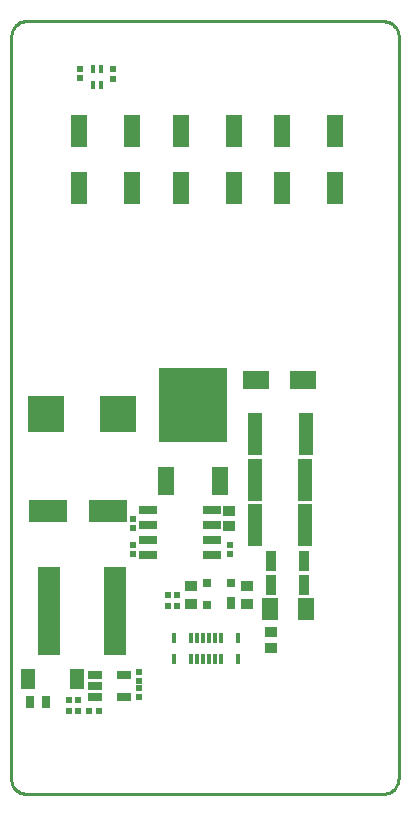
<source format=gtp>
%FSTAX23Y23*%
%MOIN*%
%SFA1B1*%

%IPPOS*%
%ADD13C,0.010000*%
%ADD14R,0.056970X0.091970*%
%ADD15R,0.225980X0.245280*%
%ADD16R,0.057090X0.111610*%
%ADD17R,0.047240X0.025590*%
%ADD18R,0.061020X0.027560*%
%ADD19R,0.046060X0.069690*%
%ADD20R,0.053150X0.072840*%
%ADD21R,0.039370X0.033470*%
%ADD22R,0.029530X0.025590*%
%ADD23R,0.029530X0.041340*%
%ADD24R,0.072840X0.297240*%
%ADD25R,0.122050X0.124020*%
%ADD26R,0.013780X0.036220*%
%ADD27R,0.015750X0.027560*%
%ADD28R,0.037400X0.066930*%
%ADD29R,0.090550X0.062990*%
%ADD30R,0.048420X0.140550*%
%ADD31R,0.031500X0.038980*%
%ADD32R,0.125980X0.072840*%
%ADD33R,0.041340X0.037400*%
%ADD34R,0.024020X0.022440*%
%ADD35R,0.022440X0.024020*%
%ADD36R,0.019680X0.019680*%
%ADD37R,0.019680X0.019680*%
%LNnas-craftsman_nixie_v1-1*%
%LPD*%
G54D13*
X17543Y00065D02*
D01*
X17546Y00065*
X17549Y00065*
X17553Y00066*
X17556Y00066*
X1756Y00068*
X17563Y00069*
X17566Y0007*
X17569Y00072*
X17572Y00074*
X17575Y00076*
X17577Y00079*
X1758Y00081*
X17582Y00084*
X17584Y00087*
X17586Y0009*
X17587Y00093*
X17589Y00096*
X1759Y00099*
X17591Y00102*
X17592Y00106*
X17592Y00109*
X17592Y00113*
X17593Y00115*
X17593Y0259D02*
D01*
X17593Y02594*
X17592Y02597*
X17592Y02601*
X17591Y02604*
X1759Y02607*
X17588Y02611*
X17587Y02614*
X17585Y02617*
X17583Y0262*
X17581Y02622*
X17579Y02625*
X17576Y02627*
X17574Y0263*
X17571Y02632*
X17568Y02634*
X17565Y02635*
X17562Y02637*
X17558Y02638*
X17555Y02639*
X17552Y02639*
X17548Y0264*
X17545Y0264*
X17543Y0264*
X16352Y0264D02*
D01*
X16349Y0264*
X16345Y0264*
X16342Y02639*
X16338Y02638*
X16335Y02637*
X16332Y02636*
X16329Y02634*
X16326Y02632*
X16323Y02631*
X1632Y02628*
X16317Y02626*
X16315Y02624*
X16313Y02621*
X16311Y02618*
X16309Y02615*
X16307Y02612*
X16306Y02609*
X16305Y02606*
X16304Y02602*
X16303Y02599*
X16302Y02595*
X16302Y02592*
X16302Y0259*
X16302Y00114D02*
D01*
X16302Y00111*
X16302Y00107*
X16303Y00104*
X16304Y00101*
X16305Y00097*
X16306Y00094*
X16308Y00091*
X16309Y00088*
X16311Y00085*
X16313Y00082*
X16316Y0008*
X16318Y00077*
X16321Y00075*
X16324Y00073*
X16327Y00071*
X1633Y00069*
X16333Y00068*
X16336Y00067*
X1634Y00066*
X16343Y00065*
X16347Y00065*
X1635Y00064*
X16352Y00064*
X17593Y00115D02*
Y02591D01*
X16352Y02641D02*
X17546D01*
X16302Y00114D02*
Y0259D01*
X16345Y00065D02*
X17543D01*
G54D14*
X16818Y01107D03*
X16998D03*
G54D15*
X16908Y0136D03*
G54D16*
X17045Y02085D03*
Y02274D03*
X16867Y02085D03*
Y02274D03*
X17381Y02083D03*
Y02273D03*
X17203Y02083D03*
Y02273D03*
X16706Y02083D03*
Y02273D03*
X16529Y02083D03*
Y02273D03*
G54D17*
X16679Y00462D03*
Y00387D03*
X1658D03*
Y00425D03*
Y00462D03*
G54D18*
X16758Y01011D03*
Y00961D03*
Y00911D03*
Y00861D03*
X16971D03*
Y00911D03*
Y00961D03*
Y01011D03*
G54D19*
X16521Y00448D03*
X16358D03*
G54D20*
X17164Y00682D03*
X17286D03*
G54D21*
X17168Y00552D03*
Y00603D03*
X17028Y00957D03*
Y01008D03*
G54D22*
X16955Y00693D03*
Y00768D03*
X17034D03*
G54D23*
X17034Y00701D03*
G54D24*
X16427Y00675D03*
X16648D03*
G54D25*
X16657Y01331D03*
X16417D03*
G54D26*
X16843Y00583D03*
X17059D03*
X16941D03*
X16961D03*
X16921D03*
X16902D03*
X1698D03*
X17D03*
X16843Y00515D03*
X17059D03*
X16941D03*
X16961D03*
X16921D03*
X16902D03*
X1698D03*
X17D03*
G54D27*
X16574Y02429D03*
Y02481D03*
X16602D03*
Y02429D03*
G54D28*
X17169Y00841D03*
X17279D03*
X17168Y00761D03*
X17278D03*
G54D29*
X17117Y01445D03*
X17275D03*
G54D30*
X17282Y0111D03*
X17115D03*
X17283Y01265D03*
X17116D03*
X17282Y0096D03*
X17115D03*
G54D31*
X16419Y0037D03*
X16364D03*
G54D32*
X16424Y01008D03*
X16625D03*
G54D33*
X16902Y00696D03*
Y00759D03*
X17089Y00696D03*
Y00759D03*
G54D34*
X16826Y00728D03*
X16856D03*
Y00691D03*
X16826D03*
X16495Y00341D03*
X16526D03*
G54D35*
X16729Y00471D03*
Y00441D03*
X16708Y0095D03*
Y00981D03*
X17032Y00863D03*
Y00893D03*
G54D36*
X16495Y00376D03*
X16526D03*
X16562Y00341D03*
X16593D03*
G54D37*
X16729Y00386D03*
Y00417D03*
X16708Y00895D03*
Y00864D03*
X1664Y02449D03*
Y0248D03*
X16532Y02451D03*
Y02482D03*
M02*
</source>
